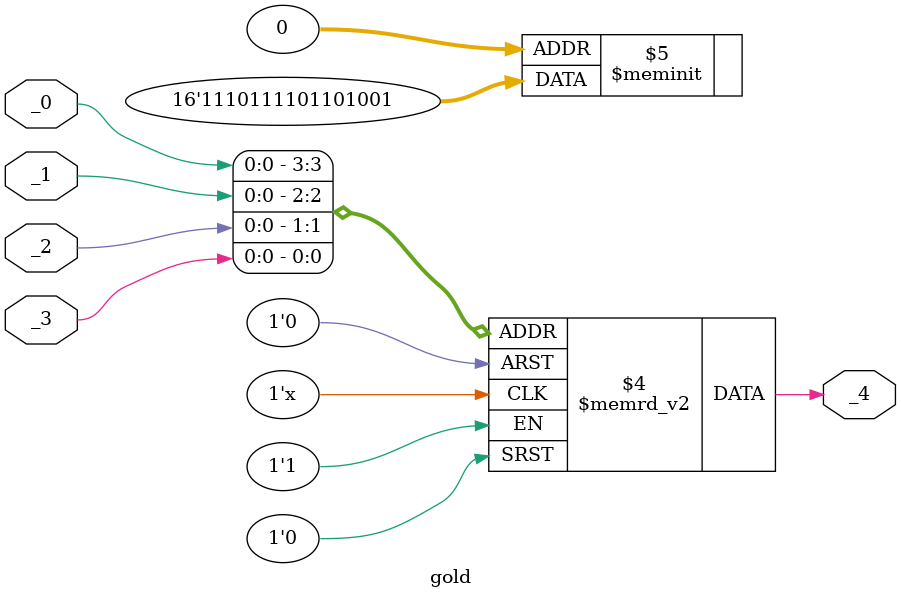
<source format=v>
module gold(_0, _1, _2, _3, _4);
input _0, _1, _2, _3;
output reg _4;
always @* begin
  {_4} = 1'b0;
  case ({_0, _1, _2, _3})
    4'b0000: {_4} = 1'b1;
    4'b0001: {_4} = 1'b0;
    4'b0010: {_4} = 1'b0;
    4'b0011: {_4} = 1'b1;
    4'b0100: {_4} = 1'b0;
    4'b0101: {_4} = 1'b1;
    4'b0110: {_4} = 1'b1;
    4'b0111: {_4} = 1'b0;
    4'b1000: {_4} = 1'b1;
    4'b1001: {_4} = 1'b1;
    4'b1010: {_4} = 1'b1;
    4'b1011: {_4} = 1'b1;
    4'b1100: {_4} = 1'b0;
    4'b1101: {_4} = 1'b1;
    4'b1110: {_4} = 1'b1;
    4'b1111: {_4} = 1'b1;
  endcase
end
endmodule

</source>
